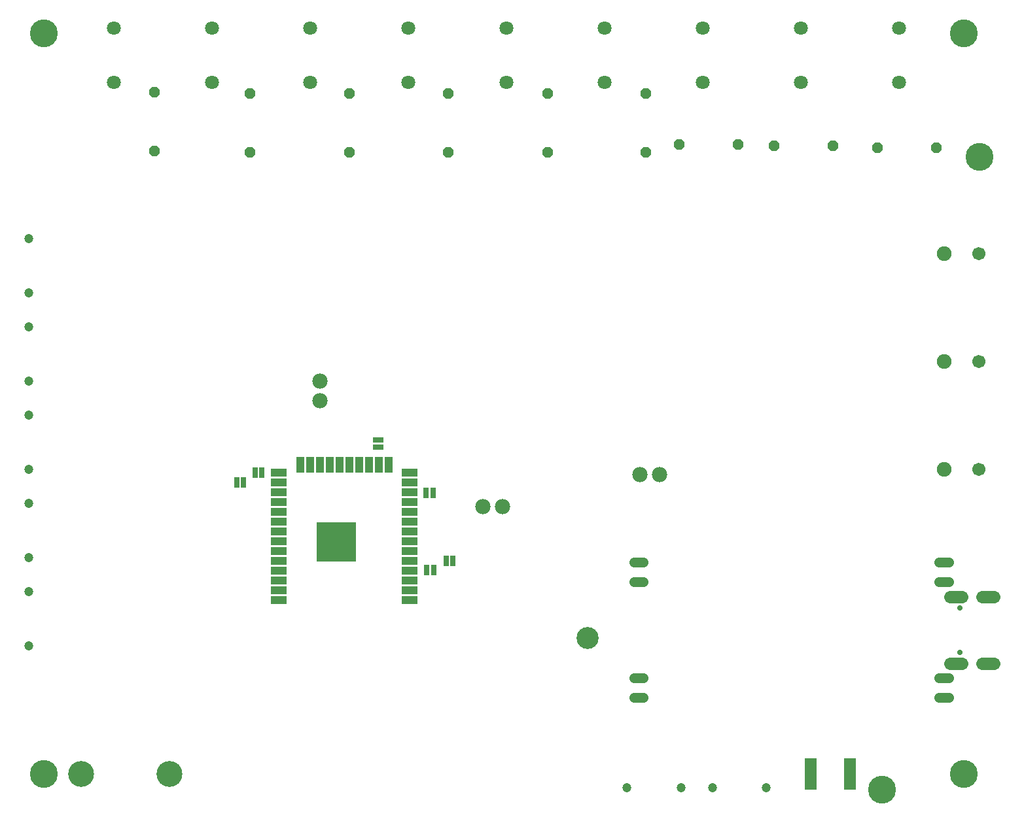
<source format=gbs>
G04 EAGLE Gerber RS-274X export*
G75*
%MOMM*%
%FSLAX34Y34*%
%LPD*%
%INSoldermask Bottom*%
%IPPOS*%
%AMOC8*
5,1,8,0,0,1.08239X$1,22.5*%
G01*
%ADD10C,3.601600*%
%ADD11C,1.981200*%
%ADD12C,1.801600*%
%ADD13C,1.701600*%
%ADD14C,1.901600*%
%ADD15C,3.351600*%
%ADD16C,1.201600*%
%ADD17R,1.625600X4.165600*%
%ADD18C,2.851600*%
%ADD19C,1.301600*%
%ADD20P,1.429621X8X112.500000*%
%ADD21P,1.429621X8X22.500000*%
%ADD22R,5.101600X5.101600*%
%ADD23R,2.101600X1.001600*%
%ADD24R,1.001600X2.101600*%
%ADD25R,0.736600X1.371600*%
%ADD26R,1.371600X0.736600*%
%ADD27C,1.601600*%
%ADD28C,0.701600*%


D10*
X1239500Y1008500D03*
X49500Y1008500D03*
X49500Y49500D03*
X1239500Y49500D03*
X1260409Y848515D03*
X1134100Y29500D03*
D11*
X821155Y437411D03*
X846555Y437411D03*
D12*
X139700Y1015376D03*
X139700Y945376D03*
X266700Y1015376D03*
X266700Y945376D03*
X393700Y1015376D03*
X393700Y945376D03*
D13*
X1259355Y723204D03*
D14*
X1214355Y723204D03*
D12*
X774700Y1015376D03*
X774700Y945376D03*
X647700Y1015376D03*
X647700Y945376D03*
X520700Y1015376D03*
X520700Y945376D03*
X901700Y1015376D03*
X901700Y945376D03*
X1028700Y1015376D03*
X1028700Y945376D03*
X1155700Y1015376D03*
X1155700Y945376D03*
D13*
X1259355Y583504D03*
D14*
X1214355Y583504D03*
D13*
X1259355Y443804D03*
D14*
X1214355Y443804D03*
D15*
X98133Y49653D03*
X212433Y49653D03*
D16*
X30337Y742610D03*
X30337Y672610D03*
X30337Y628310D03*
X30337Y558310D03*
D17*
X1041831Y49274D03*
X1092631Y49274D03*
D18*
X753442Y225878D03*
D16*
X30337Y514570D03*
X30337Y444570D03*
X30337Y400270D03*
X30337Y330270D03*
X30337Y285970D03*
X30337Y215970D03*
X914400Y31660D03*
X984400Y31660D03*
D19*
X825150Y323850D02*
X813150Y323850D01*
X1208150Y323850D02*
X1220150Y323850D01*
X825150Y148850D02*
X813150Y148850D01*
X1208150Y148850D02*
X1220150Y148850D01*
X1220150Y298450D02*
X1208150Y298450D01*
X1208150Y174250D02*
X1220150Y174250D01*
X825150Y174250D02*
X813150Y174250D01*
X813150Y298450D02*
X825150Y298450D01*
D20*
X192600Y856692D03*
X192600Y932892D03*
X316230Y855153D03*
X316230Y931353D03*
X444500Y854710D03*
X444500Y930910D03*
X572770Y854710D03*
X572770Y930910D03*
X701040Y854710D03*
X701040Y930910D03*
X828040Y854710D03*
X828040Y930910D03*
D21*
X871220Y864870D03*
X947420Y864870D03*
X994410Y863600D03*
X1070610Y863600D03*
X1127760Y861060D03*
X1203960Y861060D03*
D22*
X428150Y350060D03*
D23*
X353150Y275060D03*
X353150Y287760D03*
X353150Y300460D03*
X353150Y313160D03*
X353150Y325860D03*
X353150Y338560D03*
X353150Y351260D03*
X353150Y363960D03*
X353150Y376660D03*
X353150Y389360D03*
X353150Y402060D03*
X353150Y414760D03*
X353150Y427460D03*
X353150Y440160D03*
D24*
X381000Y450160D03*
X393700Y450160D03*
X406400Y450160D03*
X419100Y450160D03*
X431800Y450160D03*
X444500Y450160D03*
X457200Y450160D03*
X469900Y450160D03*
X482600Y450160D03*
X495300Y450160D03*
D23*
X523150Y440160D03*
X523150Y427460D03*
X523150Y414760D03*
X523150Y402060D03*
X523150Y389360D03*
X523150Y376660D03*
X523150Y363960D03*
X523150Y351260D03*
X523150Y338560D03*
X523150Y325860D03*
X523150Y313160D03*
X523150Y300460D03*
X523150Y287760D03*
X523150Y275060D03*
D11*
X643106Y395974D03*
X617706Y395974D03*
D25*
X331628Y440051D03*
X322628Y440051D03*
X308124Y427571D03*
X299124Y427571D03*
D26*
X482550Y473137D03*
X482550Y482137D03*
D25*
X544871Y313350D03*
X553871Y313350D03*
X569874Y325915D03*
X578874Y325915D03*
X544140Y414020D03*
X553140Y414020D03*
D16*
X803910Y31660D03*
X873910Y31660D03*
D11*
X406400Y533400D03*
X406400Y558800D03*
D27*
X1222007Y192378D02*
X1237007Y192378D01*
D28*
X1234507Y206678D03*
X1234507Y264478D03*
D27*
X1237007Y278878D02*
X1222007Y278878D01*
X1263807Y192378D02*
X1278807Y192378D01*
X1278807Y278878D02*
X1263807Y278878D01*
M02*

</source>
